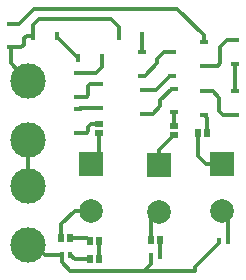
<source format=gbr>
G04 #@! TF.GenerationSoftware,KiCad,Pcbnew,(5.0.1)-3*
G04 #@! TF.CreationDate,2019-03-05T12:35:37-07:00*
G04 #@! TF.ProjectId,BatteryPowerLevel,42617474657279506F7765724C657665,rev?*
G04 #@! TF.SameCoordinates,Original*
G04 #@! TF.FileFunction,Copper,L1,Top,Signal*
G04 #@! TF.FilePolarity,Positive*
%FSLAX46Y46*%
G04 Gerber Fmt 4.6, Leading zero omitted, Abs format (unit mm)*
G04 Created by KiCad (PCBNEW (5.0.1)-3) date 2019-03-05 12:35:37 PM*
%MOMM*%
%LPD*%
G01*
G04 APERTURE LIST*
G04 #@! TA.AperFunction,SMDPad,CuDef*
%ADD10R,0.800000X0.400000*%
G04 #@! TD*
G04 #@! TA.AperFunction,SMDPad,CuDef*
%ADD11R,0.400000X0.800000*%
G04 #@! TD*
G04 #@! TA.AperFunction,SMDPad,CuDef*
%ADD12R,0.700000X0.500000*%
G04 #@! TD*
G04 #@! TA.AperFunction,ComponentPad*
%ADD13C,2.000000*%
G04 #@! TD*
G04 #@! TA.AperFunction,ComponentPad*
%ADD14R,2.000000X2.000000*%
G04 #@! TD*
G04 #@! TA.AperFunction,SMDPad,CuDef*
%ADD15R,0.500000X0.700000*%
G04 #@! TD*
G04 #@! TA.AperFunction,ComponentPad*
%ADD16C,3.000000*%
G04 #@! TD*
G04 #@! TA.AperFunction,SMDPad,CuDef*
%ADD17R,0.300000X0.600000*%
G04 #@! TD*
G04 #@! TA.AperFunction,Conductor*
%ADD18C,0.350000*%
G04 #@! TD*
G04 APERTURE END LIST*
D10*
G04 #@! TO.P,DA3,1*
G04 #@! TO.N,Net-(DA3-Pad1)*
X138811000Y-90281000D03*
G04 #@! TO.P,DA3,2*
G04 #@! TO.N,Net-(DA2-Pad1)*
X138811000Y-88281000D03*
G04 #@! TD*
D11*
G04 #@! TO.P,DA1,2*
G04 #@! TO.N,Net-(DA1-Pad2)*
X135017000Y-85090000D03*
G04 #@! TO.P,DA1,1*
G04 #@! TO.N,Net-(DA1-Pad1)*
X137017000Y-85090000D03*
G04 #@! TD*
G04 #@! TO.P,DA2,1*
G04 #@! TO.N,Net-(DA2-Pad1)*
X140827000Y-86995000D03*
G04 #@! TO.P,DA2,2*
G04 #@! TO.N,Net-(DA1-Pad1)*
X138827000Y-86995000D03*
G04 #@! TD*
D10*
G04 #@! TO.P,DA4,2*
G04 #@! TO.N,Net-(DA3-Pad1)*
X140589000Y-89170000D03*
G04 #@! TO.P,DA4,1*
G04 #@! TO.N,Net-(DA4-Pad1)*
X140589000Y-91170000D03*
G04 #@! TD*
G04 #@! TO.P,DA5,2*
G04 #@! TO.N,Net-(DA4-Pad1)*
X138811000Y-91329000D03*
G04 #@! TO.P,DA5,1*
G04 #@! TO.N,Net-(DA5-Pad1)*
X138811000Y-93329000D03*
G04 #@! TD*
D12*
G04 #@! TO.P,DA6,1*
G04 #@! TO.N,Net-(DA5-Pad1)*
X140589000Y-92589000D03*
G04 #@! TO.P,DA6,2*
G04 #@! TO.N,Net-(DA6-Pad2)*
X140589000Y-93339000D03*
G04 #@! TD*
D13*
G04 #@! TO.P,DA7,1*
G04 #@! TO.N,Net-(DA7-Pad1)*
X139954000Y-99917000D03*
D14*
G04 #@! TO.P,DA7,2*
G04 #@! TO.N,Net-(DA6-Pad2)*
X139954000Y-95917000D03*
G04 #@! TD*
D15*
G04 #@! TO.P,DA8,2*
G04 #@! TO.N,Net-(DA8-Pad2)*
X138164000Y-102235000D03*
G04 #@! TO.P,DA8,1*
G04 #@! TO.N,Net-(DA7-Pad1)*
X137414000Y-102235000D03*
G04 #@! TD*
G04 #@! TO.P,DA9,1*
G04 #@! TO.N,Net-(DA8-Pad2)*
X139827000Y-102489000D03*
G04 #@! TO.P,DA9,2*
G04 #@! TO.N,Net-(DA10-Pad1)*
X140577000Y-102489000D03*
G04 #@! TD*
G04 #@! TO.P,DA10,2*
G04 #@! TO.N,Net-(DA10-Pad2)*
X139833000Y-104013000D03*
G04 #@! TO.P,DA10,1*
G04 #@! TO.N,Net-(DA10-Pad1)*
X140583000Y-104013000D03*
G04 #@! TD*
D11*
G04 #@! TO.P,DB1,1*
G04 #@! TO.N,Net-(DB1-Pad1)*
X144256000Y-85090000D03*
G04 #@! TO.P,DB1,2*
G04 #@! TO.N,Net-(DA1-Pad2)*
X142256000Y-85090000D03*
G04 #@! TD*
D10*
G04 #@! TO.P,DB2,2*
G04 #@! TO.N,Net-(DB1-Pad1)*
X144272000Y-86503000D03*
G04 #@! TO.P,DB2,1*
G04 #@! TO.N,Net-(DB2-Pad1)*
X144272000Y-88503000D03*
G04 #@! TD*
G04 #@! TO.P,DB3,2*
G04 #@! TO.N,Net-(DB2-Pad1)*
X146812000Y-86503000D03*
G04 #@! TO.P,DB3,1*
G04 #@! TO.N,Net-(DB3-Pad1)*
X146812000Y-88503000D03*
G04 #@! TD*
G04 #@! TO.P,DB4,1*
G04 #@! TO.N,Net-(DB4-Pad1)*
X144399000Y-91678000D03*
G04 #@! TO.P,DB4,2*
G04 #@! TO.N,Net-(DB3-Pad1)*
X144399000Y-89678000D03*
G04 #@! TD*
G04 #@! TO.P,DB5,2*
G04 #@! TO.N,Net-(DB4-Pad1)*
X146939000Y-89567000D03*
G04 #@! TO.P,DB5,1*
G04 #@! TO.N,Net-(DB5-Pad1)*
X146939000Y-91567000D03*
G04 #@! TD*
D12*
G04 #@! TO.P,DB6,1*
G04 #@! TO.N,Net-(DB5-Pad1)*
X146939000Y-92716000D03*
G04 #@! TO.P,DB6,2*
G04 #@! TO.N,Net-(DB6-Pad2)*
X146939000Y-93466000D03*
G04 #@! TD*
D13*
G04 #@! TO.P,DB7,1*
G04 #@! TO.N,Net-(DB7-Pad1)*
X145669000Y-100044000D03*
D14*
G04 #@! TO.P,DB7,2*
G04 #@! TO.N,Net-(DB6-Pad2)*
X145669000Y-96044000D03*
G04 #@! TD*
D15*
G04 #@! TO.P,DB8,1*
G04 #@! TO.N,Net-(DB7-Pad1)*
X145040000Y-102362000D03*
G04 #@! TO.P,DB8,2*
G04 #@! TO.N,Net-(DB8-Pad2)*
X145790000Y-102362000D03*
G04 #@! TD*
D10*
G04 #@! TO.P,DC1,1*
G04 #@! TO.N,Net-(DC1-Pad1)*
X133111240Y-84059520D03*
G04 #@! TO.P,DC1,2*
G04 #@! TO.N,Net-(DA1-Pad2)*
X133111240Y-86059520D03*
G04 #@! TD*
G04 #@! TO.P,DC2,1*
G04 #@! TO.N,Net-(DC2-Pad1)*
X149479000Y-87614000D03*
G04 #@! TO.P,DC2,2*
G04 #@! TO.N,Net-(DC1-Pad1)*
X149479000Y-85614000D03*
G04 #@! TD*
G04 #@! TO.P,DC3,2*
G04 #@! TO.N,Net-(DC2-Pad1)*
X152146000Y-85487000D03*
G04 #@! TO.P,DC3,1*
G04 #@! TO.N,Net-(DC3-Pad1)*
X152146000Y-87487000D03*
G04 #@! TD*
G04 #@! TO.P,DC4,1*
G04 #@! TO.N,Net-(DC4-Pad1)*
X152146000Y-91805000D03*
G04 #@! TO.P,DC4,2*
G04 #@! TO.N,Net-(DC3-Pad1)*
X152146000Y-89805000D03*
G04 #@! TD*
G04 #@! TO.P,DC5,1*
G04 #@! TO.N,Net-(DC5-Pad1)*
X149479000Y-91805000D03*
G04 #@! TO.P,DC5,2*
G04 #@! TO.N,Net-(DC4-Pad1)*
X149479000Y-89805000D03*
G04 #@! TD*
D15*
G04 #@! TO.P,DC6,2*
G04 #@! TO.N,Net-(DC6-Pad2)*
X148977000Y-93345000D03*
G04 #@! TO.P,DC6,1*
G04 #@! TO.N,Net-(DC5-Pad1)*
X149727000Y-93345000D03*
G04 #@! TD*
D14*
G04 #@! TO.P,DC7,2*
G04 #@! TO.N,Net-(DC6-Pad2)*
X151003000Y-95917000D03*
D13*
G04 #@! TO.P,DC7,1*
G04 #@! TO.N,Net-(DC7-Pad1)*
X151003000Y-99917000D03*
G04 #@! TD*
D16*
G04 #@! TO.P,J1,1*
G04 #@! TO.N,Net-(J1-Pad1)*
X134620000Y-97830000D03*
G04 #@! TO.P,J1,2*
G04 #@! TO.N,Net-(J1-Pad2)*
X134620000Y-102830000D03*
G04 #@! TD*
D17*
G04 #@! TO.P,R1,1*
G04 #@! TO.N,Net-(DC7-Pad1)*
X151488000Y-102489000D03*
G04 #@! TO.P,R1,2*
G04 #@! TO.N,Net-(J1-Pad2)*
X150738000Y-102489000D03*
G04 #@! TD*
G04 #@! TO.P,R2,1*
G04 #@! TO.N,Net-(DB8-Pad2)*
X145773000Y-103759000D03*
G04 #@! TO.P,R2,2*
G04 #@! TO.N,Net-(J1-Pad2)*
X145023000Y-103759000D03*
G04 #@! TD*
G04 #@! TO.P,R3,2*
G04 #@! TO.N,Net-(J1-Pad2)*
X137426000Y-103632000D03*
G04 #@! TO.P,R3,1*
G04 #@! TO.N,Net-(DA10-Pad2)*
X138176000Y-103632000D03*
G04 #@! TD*
D16*
G04 #@! TO.P,SW1,2*
G04 #@! TO.N,Net-(DA1-Pad2)*
X134620000Y-88940000D03*
G04 #@! TO.P,SW1,1*
G04 #@! TO.N,Net-(J1-Pad1)*
X134620000Y-93940000D03*
G04 #@! TD*
D18*
G04 #@! TO.N,Net-(DA1-Pad1)*
X137017000Y-85185000D02*
X138827000Y-86995000D01*
X137017000Y-85090000D02*
X137017000Y-85185000D01*
G04 #@! TO.N,Net-(DB1-Pad1)*
X144272000Y-85106000D02*
X144256000Y-85090000D01*
X144272000Y-86503000D02*
X144272000Y-85106000D01*
G04 #@! TO.N,Net-(DC1-Pad1)*
X149479000Y-85064000D02*
X149479000Y-85614000D01*
X147219000Y-82804000D02*
X149479000Y-85064000D01*
X135116760Y-82804000D02*
X147219000Y-82804000D01*
X133861240Y-84059520D02*
X135116760Y-82804000D01*
X133111240Y-84059520D02*
X133861240Y-84059520D01*
G04 #@! TO.N,Net-(J1-Pad1)*
X134620000Y-97830000D02*
X134620000Y-93940000D01*
G04 #@! TO.N,Net-(J1-Pad2)*
X134620000Y-102830000D02*
X135215000Y-102830000D01*
X135215000Y-102830000D02*
X136017000Y-103632000D01*
X136017000Y-103632000D02*
X137426000Y-103632000D01*
X145023000Y-104409000D02*
X144403000Y-105029000D01*
X145023000Y-103759000D02*
X145023000Y-104409000D01*
X137426000Y-104282000D02*
X137426000Y-103632000D01*
X138173000Y-105029000D02*
X137426000Y-104282000D01*
X144403000Y-105029000D02*
X138173000Y-105029000D01*
X144403000Y-105029000D02*
X148717000Y-105029000D01*
X150738000Y-102639000D02*
X150738000Y-102489000D01*
X148717000Y-104660000D02*
X150738000Y-102639000D01*
X148717000Y-105029000D02*
X148717000Y-104660000D01*
G04 #@! TO.N,Net-(DA1-Pad2)*
X133111240Y-87431240D02*
X133111240Y-86059520D01*
X134620000Y-88940000D02*
X133111240Y-87431240D01*
X134467000Y-85090000D02*
X134239000Y-85318000D01*
X135017000Y-85090000D02*
X134467000Y-85090000D01*
X134239000Y-85318000D02*
X134239000Y-85852000D01*
X134031480Y-86059520D02*
X133111240Y-86059520D01*
X134239000Y-85852000D02*
X134031480Y-86059520D01*
X135017000Y-84185000D02*
X135017000Y-85090000D01*
X135509000Y-83693000D02*
X135017000Y-84185000D01*
X141609000Y-83693000D02*
X135509000Y-83693000D01*
X142256000Y-85090000D02*
X142256000Y-84340000D01*
X142256000Y-84340000D02*
X141609000Y-83693000D01*
G04 #@! TO.N,Net-(DA2-Pad1)*
X140827000Y-87195000D02*
X140843000Y-87211000D01*
X140827000Y-86995000D02*
X140827000Y-87195000D01*
X140843000Y-87211000D02*
X140843000Y-87757000D01*
X140319000Y-88281000D02*
X138811000Y-88281000D01*
X140843000Y-87757000D02*
X140319000Y-88281000D01*
G04 #@! TO.N,Net-(DA3-Pad1)*
X139561000Y-90281000D02*
X138811000Y-90281000D01*
X139700000Y-90142000D02*
X139561000Y-90281000D01*
X139700000Y-89309000D02*
X139700000Y-90142000D01*
X139839000Y-89170000D02*
X139700000Y-89309000D01*
X140589000Y-89170000D02*
X139839000Y-89170000D01*
G04 #@! TO.N,Net-(DA4-Pad1)*
X138970000Y-91170000D02*
X138811000Y-91329000D01*
X140589000Y-91170000D02*
X138970000Y-91170000D01*
G04 #@! TO.N,Net-(DA5-Pad1)*
X139561000Y-93329000D02*
X138811000Y-93329000D01*
X139700000Y-93190000D02*
X139561000Y-93329000D01*
X139700000Y-92778000D02*
X139700000Y-93190000D01*
X139889000Y-92589000D02*
X139700000Y-92778000D01*
X140589000Y-92589000D02*
X139889000Y-92589000D01*
G04 #@! TO.N,Net-(DA6-Pad2)*
X140589000Y-95282000D02*
X139954000Y-95917000D01*
X140589000Y-93339000D02*
X140589000Y-95282000D01*
G04 #@! TO.N,Net-(DA7-Pad1)*
X138539787Y-99917000D02*
X139954000Y-99917000D01*
X137414000Y-101042787D02*
X138539787Y-99917000D01*
X137414000Y-102235000D02*
X137414000Y-101042787D01*
G04 #@! TO.N,Net-(DA8-Pad2)*
X139573000Y-102235000D02*
X139827000Y-102489000D01*
X138164000Y-102235000D02*
X139573000Y-102235000D01*
G04 #@! TO.N,Net-(DA10-Pad1)*
X140577000Y-104007000D02*
X140583000Y-104013000D01*
X140577000Y-102489000D02*
X140577000Y-104007000D01*
G04 #@! TO.N,Net-(DA10-Pad2)*
X138557000Y-104013000D02*
X138176000Y-103632000D01*
X139833000Y-104013000D02*
X138557000Y-104013000D01*
G04 #@! TO.N,Net-(DB2-Pad1)*
X146062000Y-86503000D02*
X145542000Y-87023000D01*
X146812000Y-86503000D02*
X146062000Y-86503000D01*
X144472000Y-88503000D02*
X144272000Y-88503000D01*
X145542000Y-87433000D02*
X144472000Y-88503000D01*
X145542000Y-87023000D02*
X145542000Y-87433000D01*
G04 #@! TO.N,Net-(DB3-Pad1)*
X145437000Y-89678000D02*
X144399000Y-89678000D01*
X146812000Y-88503000D02*
X146612000Y-88503000D01*
X146612000Y-88503000D02*
X145437000Y-89678000D01*
G04 #@! TO.N,Net-(DB4-Pad1)*
X145149000Y-91678000D02*
X145796000Y-91031000D01*
X144399000Y-91678000D02*
X145149000Y-91678000D01*
X146739000Y-89567000D02*
X146939000Y-89567000D01*
X145796000Y-90510000D02*
X146739000Y-89567000D01*
X145796000Y-91031000D02*
X145796000Y-90510000D01*
G04 #@! TO.N,Net-(DB5-Pad1)*
X146939000Y-91567000D02*
X146939000Y-92716000D01*
G04 #@! TO.N,Net-(DB6-Pad2)*
X145669000Y-94736000D02*
X146939000Y-93466000D01*
X145669000Y-96044000D02*
X145669000Y-94736000D01*
G04 #@! TO.N,Net-(DB7-Pad1)*
X145040000Y-100673000D02*
X145040000Y-102362000D01*
X145669000Y-100044000D02*
X145040000Y-100673000D01*
G04 #@! TO.N,Net-(DB8-Pad2)*
X145790000Y-103742000D02*
X145773000Y-103759000D01*
X145790000Y-102362000D02*
X145790000Y-103742000D01*
G04 #@! TO.N,Net-(DC2-Pad1)*
X151396000Y-85487000D02*
X150876000Y-86007000D01*
X152146000Y-85487000D02*
X151396000Y-85487000D01*
X150876000Y-86007000D02*
X150876000Y-87376000D01*
X150638000Y-87614000D02*
X149479000Y-87614000D01*
X150876000Y-87376000D02*
X150638000Y-87614000D01*
G04 #@! TO.N,Net-(DC3-Pad1)*
X152146000Y-89805000D02*
X152146000Y-87487000D01*
G04 #@! TO.N,Net-(DC4-Pad1)*
X151114000Y-91805000D02*
X152146000Y-91805000D01*
X150749000Y-91440000D02*
X151114000Y-91805000D01*
X150749000Y-90325000D02*
X150749000Y-91440000D01*
X149479000Y-89805000D02*
X150229000Y-89805000D01*
X150229000Y-89805000D02*
X150749000Y-90325000D01*
G04 #@! TO.N,Net-(DC5-Pad1)*
X149727000Y-92053000D02*
X149479000Y-91805000D01*
X149727000Y-93345000D02*
X149727000Y-92053000D01*
G04 #@! TO.N,Net-(DC6-Pad2)*
X148977000Y-94045000D02*
X148977000Y-93345000D01*
X148977000Y-95241000D02*
X148977000Y-94045000D01*
X149653000Y-95917000D02*
X148977000Y-95241000D01*
X151003000Y-95917000D02*
X149653000Y-95917000D01*
G04 #@! TO.N,Net-(DC7-Pad1)*
X151488000Y-100402000D02*
X151488000Y-102489000D01*
X151003000Y-99917000D02*
X151488000Y-100402000D01*
G04 #@! TD*
M02*

</source>
